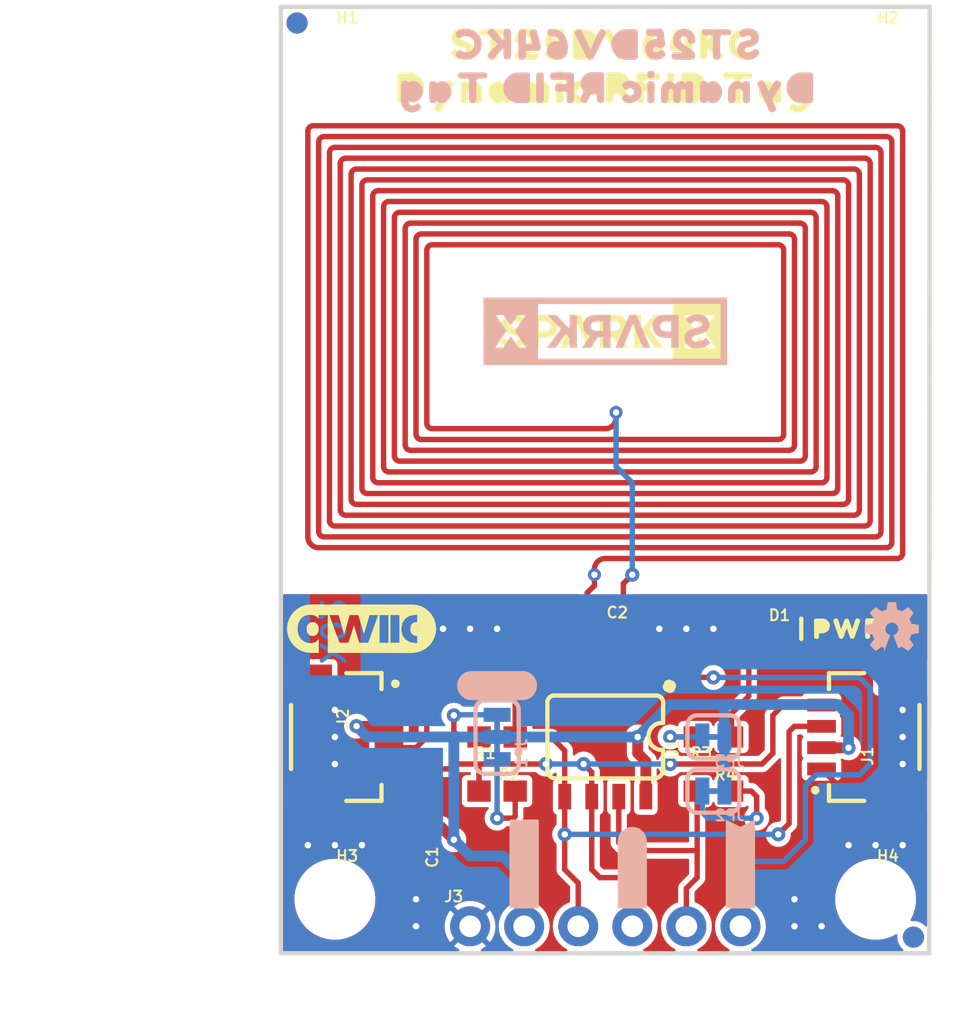
<source format=kicad_pcb>
(kicad_pcb (version 20221018) (generator pcbnew)
  (layers (0 "F.Cu" signal) (31 "B.Cu" signal) (34 "B.Paste" user) (35 "F.Paste" user) (36 "B.SilkS" user "B.Silkscreen") (37 "F.SilkS" user "F.Silkscreen") (38 "B.Mask" user) (39 "F.Mask" user) (44 "Edge.Cuts" user))
  (net 0 "")
  (net 1 "GND")
  (net 2 "3.3V")
  (net 3 "SCL")
  (net 4 "SDA")
  (net 5 "N$2")
  (net 6 "N$3")
  (net 7 "N$1")
  (net 8 "N$4")
  (net 9 "AC0")
  (net 10 "AC1")
  (net 11 "VEH")
  (net 12 "~{GPO}")
  (net 13 "N$5")
  (footprint "working:FIDUCIAL-1X2" (layer "F.Cu") (at 162.9791 126.4666)
    (fp_text reference "FD4" hide)
    (fp_text value "FIDUCIAL1X2" hide)
    (pad "1" smd roundrect (at 0 0) (size 1 1) (layers "F.Cu" "F.Mask") (roundrect_rratio 0.5))
  )
  (footprint "working:0603" (layer "F.Cu") (at 143.4211 119.6086)
    (fp_text reference "R2" (at 0 -0.762) (layer "F.SilkS") (effects (font (size 0.512064 0.512064) (thickness 0.097536)) (justify left)))
    (fp_text value "2.2k")
    (pad "1" smd rect (at -0.85 0) (size 1.1 1) (layers "F.Cu" "F.Paste" "F.Mask") (net 3 "SCL"))
    (pad "2" smd rect (at 0.85 0) (size 1.1 1) (layers "F.Cu" "F.Paste" "F.Mask") (net 6 "N$3"))
  )
  (footprint "working:0603" (layer "F.Cu") (at 143.4211 117.0686 180)
    (fp_text reference "R1" (at 0 -0.762) (layer "F.SilkS") (effects (font (size 0.512064 0.512064) (thickness 0.097536)) (justify right)))
    (fp_text value "2.2k")
    (pad "1" smd rect (at -0.85 0 180) (size 1.1 1) (layers "F.Cu" "F.Paste" "F.Mask") (net 4 "SDA"))
    (pad "2" smd rect (at 0.85 0 180) (size 1.1 1) (layers "F.Cu" "F.Paste" "F.Mask") (net 5 "N$2"))
  )
  (footprint "working:DUMMY" (layer "F.Cu") (at 133.2611 127.2286)
    (fp_text reference "FRAME1" hide)
    (fp_text value "FRAME-LETTERNO_PACKAGE" hide)
  )
  (footprint "working:0603" (layer "F.Cu") (at 139.6111 122.1486 -90)
    (fp_text reference "C1" (at 0 -0.762 90) (layer "F.SilkS") (effects (font (size 0.512064 0.512064) (thickness 0.097536)) (justify right)))
    (fp_text value "0.1uF")
    (pad "1" smd rect (at -0.85 0 270) (size 1.1 1) (layers "F.Cu" "F.Paste" "F.Mask") (net 2 "3.3V"))
    (pad "2" smd rect (at 0.85 0 270) (size 1.1 1) (layers "F.Cu" "F.Paste" "F.Mask") (net 1 "GND"))
  )
  (footprint "working:0603" (layer "F.Cu") (at 153.5811 117.0686 180)
    (fp_text reference "R3" (at 0 -0.762) (layer "F.SilkS") (effects (font (size 0.512064 0.512064) (thickness 0.097536)) (justify right)))
    (fp_text value "1k")
    (pad "1" smd rect (at -0.85 0 180) (size 1.1 1) (layers "F.Cu" "F.Paste" "F.Mask") (net 8 "N$4"))
    (pad "2" smd rect (at 0.85 0 180) (size 1.1 1) (layers "F.Cu" "F.Paste" "F.Mask") (net 7 "N$1"))
  )
  (footprint "working:##GPO##8" (layer "F.Cu") (at 152.3111 125.4506 90)
    (fp_text reference "U$7" hide)
    (fp_text value "" hide)
  )
  (footprint "working:STAND-OFF" (layer "F.Cu") (at 161.2011 124.6886)
    (fp_text reference "H4" (at 0 -2.032) (layer "F.SilkS") (effects (font (size 0.512064 0.512064) (thickness 0.097536)) (justify left)))
    (fp_text value "STAND-OFF")
    (pad "" np_thru_hole circle (at 0 0) (size 3.302 3.302) (drill 3.302) (layers "*.Cu" "*.Mask"))
  )
  (footprint "working:SO08" (layer "F.Cu") (at 148.5011 117.0686 180)
    (fp_text reference "U1" (at -3.175 0 90) (layer "F.SilkS") (effects (font (size 0.512064 0.512064) (thickness 0.097536)) (justify right)))
    (fp_text value "ST25DV64KC")
    (pad "1" smd rect (at -1.905 2.8 180) (size 0.6 1.2) (layers "F.Cu" "F.Paste" "F.Mask") (net 11 "VEH"))
    (pad "2" smd rect (at -0.635 2.8 180) (size 0.6 1.2) (layers "F.Cu" "F.Paste" "F.Mask") (net 9 "AC0"))
    (pad "3" smd rect (at 0.635 2.8 180) (size 0.6 1.2) (layers "F.Cu" "F.Paste" "F.Mask") (net 10 "AC1"))
    (pad "4" smd rect (at 1.905 2.8 180) (size 0.6 1.2) (layers "F.Cu" "F.Paste" "F.Mask") (net 1 "GND"))
    (pad "5" smd rect (at 1.905 -2.8 180) (size 0.6 1.2) (layers "F.Cu" "F.Paste" "F.Mask") (net 4 "SDA"))
    (pad "6" smd rect (at 0.635 -2.8 180) (size 0.6 1.2) (layers "F.Cu" "F.Paste" "F.Mask") (net 3 "SCL"))
    (pad "7" smd rect (at -0.635 -2.8 180) (size 0.6 1.2) (layers "F.Cu" "F.Paste" "F.Mask") (net 12 "~{GPO}"))
    (pad "8" smd rect (at -1.905 -2.8 180) (size 0.6 1.2) (layers "F.Cu" "F.Paste" "F.Mask") (net 2 "3.3V"))
  )
  (footprint "working:FIDUCIAL-1X2" (layer "F.Cu") (at 134.0231 83.5406)
    (fp_text reference "FD2" hide)
    (fp_text value "FIDUCIAL1X2" hide)
    (pad "1" smd roundrect (at 0 0) (size 1 1) (layers "F.Cu" "F.Mask") (roundrect_rratio 0.5))
  )
  (footprint "working:PWR11" (layer "F.Cu") (at 159.9311 111.9886)
    (fp_text reference "U$9" hide)
    (fp_text value "" hide)
  )
  (footprint "working:DYNAMIC_RFID_TAG0" (layer "F.Cu") (at 148.5011 86.5886)
    (fp_text reference "U$10" hide)
    (fp_text value "" hide)
  )
  (footprint "working:STAND-OFF" (layer "F.Cu") (at 161.2011 85.3186)
    (fp_text reference "H2" (at 0 -2.032) (layer "F.SilkS") (effects (font (size 0.512064 0.512064) (thickness 0.097536)) (justify left)))
    (fp_text value "STAND-OFF")
    (pad "" np_thru_hole circle (at 0 0) (size 3.302 3.302) (drill 3.302) (layers "*.Cu" "*.Mask"))
  )
  (footprint "working:ST25DV64KC5984" (layer "F.Cu") (at 148.5011 84.5566)
    (fp_text reference "U$13" hide)
    (fp_text value "" hide)
  )
  (footprint "working:LED-0603" (layer "F.Cu") (at 156.1211 111.9886)
    (fp_text reference "D1" (at 0 -0.635) (layer "F.SilkS") (effects (font (size 0.512064 0.512064) (thickness 0.097536)) (justify left)))
    (fp_text value "RED")
    (pad "A" smd roundrect (at -0.877 0 270) (size 1 1) (layers "F.Cu" "F.Paste" "F.Mask") (roundrect_rratio 0.15) (net 8 "N$4"))
    (pad "C" smd roundrect (at 0.877 0 270) (size 1 1) (layers "F.Cu" "F.Paste" "F.Mask") (roundrect_rratio 0.15) (net 1 "GND"))
  )
  (footprint "working:0603" (layer "F.Cu") (at 153.5811 119.6086)
    (fp_text reference "R4" (at 0 -0.762) (layer "F.SilkS") (effects (font (size 0.512064 0.512064) (thickness 0.097536)) (justify left)))
    (fp_text value "10k")
    (pad "1" smd rect (at -0.85 0) (size 1.1 1) (layers "F.Cu" "F.Paste" "F.Mask") (net 12 "~{GPO}"))
    (pad "2" smd rect (at 0.85 0) (size 1.1 1) (layers "F.Cu" "F.Paste" "F.Mask") (net 13 "N$5"))
  )
  (footprint "working:#GND#4" (layer "F.Cu") (at 142.1511 125.4506 90)
    (fp_text reference "U$4" hide)
    (fp_text value "" hide)
  )
  (footprint "working:#SDA#5" (layer "F.Cu") (at 147.2311 125.4506 90)
    (fp_text reference "U$5" hide)
    (fp_text value "" hide)
  )
  (footprint "working:#VEH#7" (layer "F.Cu") (at 154.8511 125.4506 90)
    (fp_text reference "U$8" hide)
    (fp_text value "" hide)
  )
  (footprint "working:STAND-OFF" (layer "F.Cu") (at 135.8011 124.6886)
    (fp_text reference "H3" (at 0 -2.032) (layer "F.SilkS") (effects (font (size 0.512064 0.512064) (thickness 0.097536)) (justify left)))
    (fp_text value "STAND-OFF")
    (pad "" np_thru_hole circle (at 0 0) (size 3.302 3.302) (drill 3.302) (layers "*.Cu" "*.Mask"))
  )
  (footprint "working:QWIIC_7MM" (layer "F.Cu") (at 137.0711 111.9886)
    (fp_text reference "LOGO3" hide)
    (fp_text value "QWIIC_LOGO_7MM" hide)
  )
  (footprint "working:1X06_NO_SILK" (layer "F.Cu") (at 142.1511 125.9586)
    (fp_text reference "J3" (at -1.27 -1.397) (layer "F.SilkS") (effects (font (size 0.512064 0.512064) (thickness 0.097536)) (justify left)))
    (fp_text value "")
    (pad "1" thru_hole circle (at 0 0 90) (size 1.8796 1.8796) (drill 1.016) (layers "*.Cu" "*.Mask") (net 1 "GND"))
    (pad "2" thru_hole circle (at 2.54 0 90) (size 1.8796 1.8796) (drill 1.016) (layers "*.Cu" "*.Mask") (net 2 "3.3V"))
    (pad "3" thru_hole circle (at 5.08 0 90) (size 1.8796 1.8796) (drill 1.016) (layers "*.Cu" "*.Mask") (net 4 "SDA"))
    (pad "4" thru_hole circle (at 7.62 0 90) (size 1.8796 1.8796) (drill 1.016) (layers "*.Cu" "*.Mask") (net 3 "SCL"))
    (pad "5" thru_hole circle (at 10.16 0 90) (size 1.8796 1.8796) (drill 1.016) (layers "*.Cu" "*.Mask") (net 12 "~{GPO}"))
    (pad "6" thru_hole circle (at 12.7 0 90) (size 1.8796 1.8796) (drill 1.016) (layers "*.Cu" "*.Mask") (net 11 "VEH"))
  )
  (footprint "working:JST04_1MM_RA" (layer "F.Cu") (at 138.3411 117.0686 -90)
    (fp_text reference "J2" (at -1.397 2.159 90) (layer "F.SilkS") (effects (font (size 0.512064 0.512064) (thickness 0.097536)) (justify right)))
    (fp_text value "Qwiic")
    (pad "1" smd rect (at -1.5 0 270) (size 0.6 1.35) (layers "F.Cu" "F.Paste" "F.Mask") (net 1 "GND"))
    (pad "2" smd rect (at -0.5 0 270) (size 0.6 1.35) (layers "F.Cu" "F.Paste" "F.Mask") (net 2 "3.3V"))
    (pad "3" smd rect (at 0.5 0 270) (size 0.6 1.35) (layers "F.Cu" "F.Paste" "F.Mask") (net 4 "SDA"))
    (pad "4" smd rect (at 1.5 0 270) (size 0.6 1.35) (layers "F.Cu" "F.Paste" "F.Mask") (net 3 "SCL"))
    (pad "NC1" smd rect (at 2.8 3.675 270) (size 1.2 2) (layers "F.Cu" "F.Paste" "F.Mask"))
    (pad "NC2" smd rect (at -2.8 3.675 270) (size 1.2 2) (layers "F.Cu" "F.Paste" "F.Mask"))
  )
  (footprint "working:#SCL#6" (layer "F.Cu") (at 149.7711 125.4506 90)
    (fp_text reference "U$6" hide)
    (fp_text value "" hide)
  )
  (footprint "working:#3#3V#0" (layer "F.Cu") (at 144.6911 125.4506 90)
    (fp_text reference "U$3" hide)
    (fp_text value "" hide)
  )
  (footprint "working:JST04_1MM_RA" (layer "F.Cu") (at 158.6611 117.0686 90)
    (fp_text reference "J1" (at -1.397 2.159 90) (layer "F.SilkS") (effects (font (size 0.512064 0.512064) (thickness 0.097536)) (justify left)))
    (fp_text value "Qwiic")
    (pad "1" smd rect (at -1.5 0 90) (size 0.6 1.35) (layers "F.Cu" "F.Paste" "F.Mask") (net 1 "GND"))
    (pad "2" smd rect (at -0.5 0 90) (size 0.6 1.35) (layers "F.Cu" "F.Paste" "F.Mask") (net 2 "3.3V"))
    (pad "3" smd rect (at 0.5 0 90) (size 0.6 1.35) (layers "F.Cu" "F.Paste" "F.Mask") (net 4 "SDA"))
    (pad "4" smd rect (at 1.5 0 90) (size 0.6 1.35) (layers "F.Cu" "F.Paste" "F.Mask") (net 3 "SCL"))
    (pad "NC1" smd rect (at 2.8 3.675 90) (size 1.2 2) (layers "F.Cu" "F.Paste" "F.Mask"))
    (pad "NC2" smd rect (at -2.8 3.675 90) (size 1.2 2) (layers "F.Cu" "F.Paste" "F.Mask"))
  )
  (footprint "working:SPARKX-LARGE" (layer "F.Cu") (at 148.5011 98.0186)
    (fp_text reference "U$1" hide)
    (fp_text value "SPARKX-LOGO5" hide)
  )
  (footprint "working:0603" (layer "F.Cu") (at 148.5011 111.9886)
    (fp_text reference "C2" (at 0 -0.762) (layer "F.SilkS") (effects (font (size 0.512064 0.512064) (thickness 0.097536)) (justify left)))
    (fp_text value "4.7pF")
    (pad "1" smd rect (at -0.85 0) (size 1.1 1) (layers "F.Cu" "F.Paste" "F.Mask") (net 10 "AC1"))
    (pad "2" smd rect (at 0.85 0) (size 1.1 1) (layers "F.Cu" "F.Paste" "F.Mask") (net 9 "AC0"))
  )
  (footprint "working:STAND-OFF" (layer "F.Cu") (at 135.8011 85.3186)
    (fp_text reference "H1" (at 0 -2.032) (layer "F.SilkS") (effects (font (size 0.512064 0.512064) (thickness 0.097536)) (justify left)))
    (fp_text value "STAND-OFF")
    (pad "" np_thru_hole circle (at 0 0) (size 3.302 3.302) (drill 3.302) (layers "*.Cu" "*.Mask"))
  )
  (footprint "working:PCB_4UH_INDUCTOR" (layer "F.Cu") (at 148.5011 109.4486)
    (fp_text reference "L1" hide)
    (fp_text value "PCB_4UH_INDUCTOR" hide)
    (fp_line (start -13.97 -20.828) (end -13.97 -1.778) (stroke (width 0.254)) (layer "F.Cu"))
    (fp_line (start -13.462 -20.32) (end -13.462 -2.032) (stroke (width 0.254)) (layer "F.Cu"))
    (fp_line (start -13.462 -1.27) (end 13.208 -1.27) (stroke (width 0.254)) (layer "F.Cu"))
    (fp_line (start -13.208 -1.778) (end 12.7 -1.778) (stroke (width 0.254)) (layer "F.Cu"))
    (fp_line (start -12.954 -19.812) (end -12.954 -2.54) (stroke (width 0.254)) (layer "F.Cu"))
    (fp_line (start -12.7 -2.286) (end 12.192 -2.286) (stroke (width 0.254)) (layer "F.Cu"))
    (fp_line (start -12.446 -19.304) (end -12.446 -3.048) (stroke (width 0.254)) (layer "F.Cu"))
    (fp_line (start -12.192 -2.794) (end 11.684 -2.794) (stroke (width 0.254)) (layer "F.Cu"))
    (fp_line (start -11.938 -18.796) (end -11.938 -3.556) (stroke (width 0.254)) (layer "F.Cu"))
    (fp_line (start -11.684 -3.302) (end 11.176 -3.302) (stroke (width 0.254)) (layer "F.Cu"))
    (fp_line (start -11.43 -18.288) (end -11.43 -4.064) (stroke (width 0.254)) (layer "F.Cu"))
    (fp_line (start -11.176 -3.81) (end 10.668 -3.81) (stroke (width 0.254)) (layer "F.Cu"))
    (fp_line (start -10.922 -17.78) (end -10.922 -4.572) (stroke (width 0.254)) (layer "F.Cu"))
    (fp_line (start -10.668 -4.318) (end 10.16 -4.318) (stroke (width 0.254)) (layer "F.Cu"))
    (fp_line (start -10.414 -17.272) (end -10.414 -5.08) (stroke (width 0.254)) (layer "F.Cu"))
    (fp_line (start -10.16 -4.826) (end 9.652 -4.826) (stroke (width 0.254)) (layer "F.Cu"))
    (fp_line (start -9.906 -16.764) (end -9.906 -5.588) (stroke (width 0.254)) (layer "F.Cu"))
    (fp_line (start -9.652 -5.334) (end 9.144 -5.334) (stroke (width 0.254)) (layer "F.Cu"))
    (fp_line (start -9.398 -16.256) (end -9.398 -6.096) (stroke (width 0.254)) (layer "F.Cu"))
    (fp_line (start -9.144 -5.842) (end 8.636 -5.842) (stroke (width 0.254)) (layer "F.Cu"))
    (fp_line (start -8.89 -15.748) (end -8.89 -6.604) (stroke (width 0.254)) (layer "F.Cu"))
    (fp_line (start -8.636 -6.35) (end 8.128 -6.35) (stroke (width 0.254)) (layer "F.Cu"))
    (fp_line (start -8.382 -15.24) (end -8.382 -7.112) (stroke (width 0.254)) (layer "F.Cu"))
    (fp_line (start -8.128 -6.858) (end 0 -6.858) (stroke (width 0.254)) (layer "F.Cu"))
    (fp_line (start -0.508 -0.254) (end -0.508 0) (stroke (width 0.254)) (layer "F.Cu"))
    (fp_line (start 0 -0.762) (end 13.716 -0.762) (stroke (width 0.254)) (layer "F.Cu"))
    (fp_line (start 0.508 -7.366) (end 0.508 -7.62) (stroke (width 0.254)) (layer "F.Cu"))
    (fp_line (start 8.128 -15.494) (end -8.128 -15.494) (stroke (width 0.254)) (layer "F.Cu"))
    (fp_line (start 8.382 -6.604) (end 8.382 -15.24) (stroke (width 0.254)) (layer "F.Cu"))
    (fp_line (start 8.636 -16.002) (end -8.636 -16.002) (stroke (width 0.254)) (layer "F.Cu"))
    (fp_line (start 8.89 -6.096) (end 8.89 -15.748) (stroke (width 0.254)) (layer "F.Cu"))
    (fp_line (start 9.144 -16.51) (end -9.144 -16.51) (stroke (width 0.254)) (layer "F.Cu"))
    (fp_line (start 9.398 -5.588) (end 9.398 -16.256) (stroke (width 0.254)) (layer "F.Cu"))
    (fp_line (start 9.652 -17.018) (end -9.652 -17.018) (stroke (width 0.254)) (layer "F.Cu"))
    (fp_line (start 9.906 -5.08) (end 9.906 -16.764) (stroke (width 0.254)) (layer "F.Cu"))
    (fp_line (start 10.16 -17.526) (end -10.16 -17.526) (stroke (width 0.254)) (layer "F.Cu"))
    (fp_line (start 10.414 -4.572) (end 10.414 -17.272) (stroke (width 0.254)) (layer "F.Cu"))
    (fp_line (start 10.668 -18.034) (end -10.668 -18.034) (stroke (width 0.254)) (layer "F.Cu"))
    (fp_line (start 10.922 -4.064) (end 10.922 -17.78) (stroke (width 0.254)) (layer "F.Cu"))
    (fp_line (start 11.176 -18.542) (end -11.176 -18.542) (stroke (width 0.254)) (layer "F.Cu"))
    (fp_line (start 11.43 -3.556) (end 11.43 -18.288) (stroke (width 0.254)) (layer "F.Cu"))
    (fp_line (start 11.684 -19.05) (end -11.684 -19.05) (stroke (width 0.254)) (layer "F.Cu"))
    (fp_line (start 11.938 -3.048) (end 11.938 -18.796) (stroke (width 0.254)) (layer "F.Cu"))
    (fp_line (start 12.192 -19.558) (end -12.192 -19.558) (stroke (width 0.254)) (layer "F.Cu"))
    (fp_line (start 12.446 -2.54) (end 12.446 -19.304) (stroke (width 0.254)) (layer "F.Cu"))
    (fp_line (start 12.7 -20.066) (end -12.7 -20.066) (stroke (width 0.254)) (layer "F.Cu"))
    (fp_line (start 12.954 -2.032) (end 12.954 -19.812) (stroke (width 0.254)) (layer "F.Cu"))
    (fp_line (start 13.208 -20.574) (end -13.208 -20.574) (stroke (width 0.254)) (layer "F.Cu"))
    (fp_line (start 13.462 -1.524) (end 13.462 -20.32) (stroke (width 0.254)) (layer "F.Cu"))
    (fp_line (start 13.716 -21.082) (end -13.716 -21.082) (stroke (width 0.254)) (layer "F.Cu"))
    (fp_line (start 13.97 -1.016) (end 13.97 -20.828) (stroke (width 0.254)) (layer "F.Cu"))
    (fp_arc (start -13.97 -20.828) (mid -13.895605 -21.007605) (end -13.716 -21.082) (stroke (width 0.254)) (layer "F.Cu"))
    (fp_arc (start -13.462 -20.32) (mid -13.387605 -20.499605) (end -13.208 -20.574) (stroke (width 0.254)) (layer "F.Cu"))
    (fp_arc (start -13.462 -1.27) (mid -13.82121 -1.41879) (end -13.97 -1.778) (stroke (width 0.254)) (layer "F.Cu"))
    (fp_arc (start -13.208 -1.778) (mid -13.387605 -1.852395) (end -13.462 -2.032) (stroke (width 0.254)) (layer "F.Cu"))
    (fp_arc (start -12.954 -19.812) (mid -12.879605 -19.991605) (end -12.7 -20.066) (stroke (width 0.254)) (layer "F.Cu"))
    (fp_arc (start -12.7 -2.286) (mid -12.879605 -2.360395) (end -12.954 -2.54) (stroke (width 0.254)) (layer "F.Cu"))
    (fp_arc (start -12.446 -19.304) (mid -12.371605 -19.483605) (end -12.192 -19.558) (stroke (width 0.254)) (layer "F.Cu"))
    (fp_arc (start -12.192 -2.794) (mid -12.371605 -2.868395) (end -12.446 -3.048) (stroke (width 0.254)) (layer "F.Cu"))
    (fp_arc (start -11.938 -18.796) (mid -11.863605 -18.975605) (end -11.684 -19.05) (stroke (width 0.254)) (layer "F.Cu"))
    (fp_arc (start -11.684 -3.302) (mid -11.863605 -3.376395) (end -11.938 -3.556) (stroke (width 0.254)) (layer "F.Cu"))
    (fp_arc (start -11.43 -18.288) (mid -11.355605 -18.467605) (end -11.176 -18.542) (stroke (width 0.254)) (layer "F.Cu"))
    (fp_arc (start -11.176 -3.81) (mid -11.355605 -3.884395) (end -11.43 -4.064) (stroke (width 0.254)) (layer "F.Cu"))
    (fp_arc (start -10.922 -17.78) (mid -10.847605 -17.959605) (end -10.668 -18.034) (stroke (width 0.254)) (layer "F.Cu"))
    (fp_arc (start -10.668 -4.318) (mid -10.847605 -4.392395) (end -10.922 -4.572) (stroke (width 0.254)) (layer "F.Cu"))
    (fp_arc (start -10.414 -17.272) (mid -10.339605 -17.451605) (end -10.16 -17.526) (stroke (width 0.254)) (layer "F.Cu"))
    (fp_arc (start -10.16 -4.826) (mid -10.339605 -4.900395) (end -10.414 -5.08) (stroke (width 0.254)) (layer "F.Cu"))
    (fp_arc (start -9.906 -16.764) (mid -9.831605 -16.943605) (end -9.652 -17.018) (stroke (width 0.254)) (layer "F.Cu"))
    (fp_arc (start -9.652 -5.334) (mid -9.831605 -5.408395) (end -9.906 -5.588) (stroke (width 0.254)) (layer "F.Cu"))
    (fp_arc (start -9.398 -16.256) (mid -9.323605 -16.435605) (end -9.144 -16.51) (stroke (width 0.254)) (layer "F.Cu"))
    (fp_arc (start -9.144 -5.842) (mid -9.323605 -5.916395) (end -9.398 -6.096) (stroke (width 0.254)) (layer "F.Cu"))
    (fp_arc (start -8.89 -15.748) (mid -8.815605 -15.927605) (end -8.636 -16.002) (stroke (width 0.254)) (layer "F.Cu"))
    (fp_arc (start -8.636 -6.35) (mid -8.815605 -6.424395) (end -8.89 -6.604) (stroke (width 0.254)) (layer "F.Cu"))
    (fp_arc (start -8.382 -15.24) (mid -8.307605 -15.419605) (end -8.128 -15.494) (stroke (width 0.254)) (layer "F.Cu"))
    (fp_arc (start -8.128 -6.858) (mid -8.307605 -6.932395) (end -8.382 -7.112) (stroke (width 0.254)) (layer "F.Cu"))
    (fp_arc (start -0.508001 -0.253999) (mid -0.359211 -0.61321) (end 0 -0.762) (stroke (width 0.254)) (layer "F.Cu"))
    (fp_arc (start 0.508 -7.366) (mid 0.35921 -7.00679) (end 0 -6.858) (stroke (width 0.254)) (layer "F.Cu"))
    (fp_arc (start 8.128 -15.494) (mid 8.307605 -15.419605) (end 8.382 -15.24) (stroke (width 0.254)) (layer "F.Cu"))
    (fp_arc (start 8.382 -6.604) (mid 8.307605 -6.424395) (end 8.128 -6.35) (stroke (width 0.254)) (layer "F.Cu"))
    (fp_arc (start 8.636 -16.002) (mid 8.815605 -15.927605) (end 8.89 -15.748) (stroke (width 0.254)) (layer "F.Cu"))
    (fp_arc (start 8.89 -6.096) (mid 8.815605 -5.916395) (end 8.636 -5.842) (stroke (width 0.254)) (layer "F.Cu"))
    (fp_arc (start 9.144 -16.51) (mid 9.323605 -16.435605) (end 9.398 -16.256) (stroke (width 0.254)) (layer "F.Cu"))
    (fp_arc (start 9.398 -5.588) (mid 9.323605 -5.408395) (end 9.144 -5.334) (stroke (width 0.254)) (layer "F.Cu"))
    (fp_arc (start 9.652 -17.018) (mid 9.831605 -16.943605) (end 9.906 -16.764) (stroke (width 0.254)) (layer "F.Cu"))
    (fp_arc (start 9.906 -5.08) (mid 9.831605 -4.900395) (end 9.652 -4.826) (stroke (width 0.254)) (layer "F.Cu"))
    (fp_arc (start 10.16 -17.526) (mid 10.339605 -17.451605) (end 10.414 -17.272) (stroke (width 0.254)) (layer "F.Cu"))
    (fp_arc (start 10.414 -4.572) (mid 10.339605 -4.392395) (end 10.16 -4.318) (stroke (width 0.254)) (layer "F.Cu"))
    (fp_arc (start 10.668 -18.034) (mid 10.847605 -17.959605) (end 10.922 -17.78) (stroke (width 0.254)) (layer "F.Cu"))
    (fp_arc (start 10.922 -4.064) (mid 10.847605 -3.884395) (end 10.668 -3.81) (stroke (width 0.254)) (layer "F.Cu"))
    (fp_arc (start 11.176 -18.542) (mid 11.355605 -18.467605) (end 11.43 -18.288) (stroke (width 0.254)) (layer "F.Cu"))
    (fp_arc (start 11.43 -3.556) (mid 11.355605 -3.376395) (end 11.176 -3.302) (stroke (width 0.254)) (layer "F.Cu"))
    (fp_arc (start 11.684 -19.05) (mid 11.863605 -18.975605) (end 11.938 -18.796) (stroke (width 0.254)) (layer "F.Cu"))
    (fp_arc (start 11.938 -3.048) (mid 11.863605 -2.868395) (end 11.684 -2.794) (stroke (width 0.254)) (layer "F.Cu"))
    (fp_arc (start 12.192 -19.558) (mid 12.371605 -19.483605) (end 12.446 -19.304) (stroke (width 0.254)) (layer "F.Cu"))
    (fp_arc (start 12.446 -2.54) (mid 12.371605 -2.360395) (end 12.192 -2.286) (stroke (width 0.254)) (layer "F.Cu"))
    (fp_arc (start 12.7 -20.066) (mid 12.879605 -19.991605) (end 12.954 -19.812) (stroke (width 0.254)) (layer "F.Cu"))
    (fp_arc (start 12.954 -2.032) (mid 12.879605 -1.852395) (end 12.7 -1.778) (stroke (width 0.254)) (layer "F.Cu"))
    (fp_arc (start 13.208 -20.574) (mid 13.387605 -20.499605) (end 13.462 -20.32) (stroke (width 0.254)) (layer "F.Cu"))
    (fp_arc (start 13.462 -1.524) (mid 13.387605 -1.344395) (end 13.208 -1.27) (stroke (width 0.254)) (layer "F.Cu"))
    (fp_arc (start 13.716 -21.082) (mid 13.895605 -21.007605) (end 13.97 -20.828) (stroke (width 0.254)) (layer "F.Cu"))
    (fp_arc (start 13.97 -1.016) (mid 13.895605 -0.836395) (end 13.716 -0.762) (stroke (width 0.254)) (layer "F.Cu"))
    (pad "IN1" thru_hole circle (at 0.508 -7.62) (size 0.6096 0.6096) (drill 0.3048) (layers "*.Cu") (net 9 "AC0"))
    (pad "IN2" thru_hole circle (at -0.508 0) (size 0.6096 0.6096) (drill 0.3048) (layers "*.Cu") (net 10 "AC1"))
  )
  (footprint "working:##GPO##8" (layer "B.Cu") (at 152.3111 125.4506 90)
    (fp_text reference "U$22" hide)
    (fp_text value "" hide)
  )
  (footprint "working:##GPO##9" (layer "B.Cu") (at 154.4701 119.6086 180)
    (fp_text reference "U$16" hide)
    (fp_text value "" hide)
  )
  (footprint "working:#3#3V#0" (layer "B.Cu") (at 144.6911 125.4506 90)
    (fp_text reference "U$19" hide)
    (fp_text value "" hide)
  )
  (footprint "working:SPARKX-LARGE" (layer "B.Cu") (at 148.5011 98.0186 180)
    (fp_text reference "U$2" hide)
    (fp_text value "SPARKX-LOGO5" hide)
  )
  (footprint "working:OSHW-LOGO-MINI" (layer "B.Cu") (at 161.9631 111.9886 180)
    (fp_text reference "LOGO1" hide)
    (fp_text value "OSHW-LOGOMINI" hide)
  )
  (footprint "working:#I2C#11" (layer "B.Cu") (at 143.4211 114.6556 180)
    (fp_text reference "U$15" hide)
    (fp_text value "" hide)
  )
  (footprint "working:ST25DV64KC5984" (layer "B.Cu") (at 148.5011 84.5566 180)
    (fp_text reference "U$24" hide)
    (fp_text value "" hide)
  )
  (footprint "working:#GND#4" (layer "B.Cu") (at 142.1511 125.4506 90)
    (fp_text reference "U$18" hide)
    (fp_text value "" hide)
  )
  (footprint "working:#LED#10" (layer "B.Cu") (at 154.4701 117.0686 180)
    (fp_text reference "U$17" hide)
    (fp_text value "" hide)
  )
  (footprint "working:FIDUCIAL-1X2" (layer "B.Cu") (at 162.9791 126.4666 180)
    (fp_text reference "FD3" hide)
    (fp_text value "FIDUCIAL1X2" hide)
    (pad "1" smd roundrect (at 0 0 180) (size 1 1) (layers "B.Cu" "B.Mask") (roundrect_rratio 0.5))
  )
  (footprint "working:#SCL#6" (layer "B.Cu") (at 149.7711 125.4506 90)
    (fp_text reference "U$21" hide)
    (fp_text value "" hide)
  )
  (footprint "working:#SDA#5" (layer "B.Cu") (at 147.2311 125.4506 90)
    (fp_text reference "U$20" hide)
    (fp_text value "" hide)
  )
  (footprint "working:#VEH#7" (layer "B.Cu") (at 154.8511 125.4506 90)
    (fp_text reference "U$23" hide)
    (fp_text value "" hide)
  )
  (footprint "working:FIDUCIAL-1X2" (layer "B.Cu") (at 134.0231 83.5406 180)
    (fp_text reference "FD1" hide)
    (fp_text value "FIDUCIAL1X2" hide)
    (pad "1" smd roundrect (at 0 0 180) (size 1 1) (layers "B.Cu" "B.Mask") (roundrect_rratio 0.5))
  )
  (footprint "working:SMT-JUMPER_3_2-NC_TRACE_SILK" (layer "B.Cu") (at 143.4211 117.0686 90)
    (fp_text reference "JP1" (at 0 1.143 90) (layer "B.SilkS") (effects (font (size 0.512064 0.512064) (thickness 0.097536)) (justify left mirror)))
    (fp_text value "JUMPER-SMT_3_2-NC_TRACE_SILK")
    (fp_poly (pts (xy -0.50165 -0.13335) (xy -1.23825 -0.13335) (xy -1.23825 0.13335) (xy -0.50165 0.13335)) (fill solid) (layer "B.Cu"))
    (fp_poly (pts (xy 0.53975 -0.13335) (xy -0.53975 -0.13335) (xy -0.53975 0.13335) (xy 0.53975 0.13335)) (fill solid) (layer "B.Cu"))
    (fp_poly (pts (xy 1.23825 -0.13335) (xy 0.50165 -0.13335) (xy 0.50165 0.13335) (xy 1.23825 0.13335)) (fill solid) (layer "B.Cu"))
    (pad "1" smd rect (at -1.0414 0 90) (size 0.6604 1.27) (layers "B.Cu" "B.Mask") (net 6 "N$3"))
    (pad "2" smd rect (at 0 0 90) (size 0.6604 1.27) (layers "B.Cu" "B.Mask") (net 2 "3.3V"))
    (pad "3" smd rect (at 1.0414 0 90) (size 0.6604 1.27) (layers "B.Cu" "B.Mask") (net 5 "N$2"))
  )
  (footprint "working:SMT-JUMPER_2_NC_TRACE_SILK" (layer "B.Cu") (at 153.5811 117.0686)
    (fp_text reference "JP3" (at 0 1.143) (layer "B.SilkS") (effects (font (size 0.512064 0.512064) (thickness 0.097536)) (justify right mirror)))
    (fp_text value "JUMPER-SMT_2_NC_TRACE_SILK")
    (fp_poly (pts (xy 0.03175 -0.13335) (xy -0.70485 -0.13335) (xy -0.70485 0.13335) (xy 0.03175 0.13335)) (fill solid) (layer "B.Cu"))
    (fp_poly (pts (xy 0.70485 -0.13335) (xy -0.03175 -0.13335) (xy -0.03175 0.13335) (xy 0.70485 0.13335)) (fill solid) (layer "B.Cu"))
    (pad "1" smd rect (at -0.5207 0) (size 0.6604 1.27) (layers "B.Cu" "B.Mask") (net 7 "N$1"))
    (pad "2" smd rect (at 0.5207 0) (size 0.6604 1.27) (layers "B.Cu" "B.Mask") (net 2 "3.3V"))
  )
  (footprint "working:SMT-JUMPER_2_NC_TRACE_SILK" (layer "B.Cu") (at 153.5811 119.6086)
    (fp_text reference "JP2" (at 0 1.143) (layer "B.SilkS") (effects (font (size 0.512064 0.512064) (thickness 0.097536)) (justify right mirror)))
    (fp_text value "JUMPER-SMT_2_NC_TRACE_SILK")
    (fp_poly (pts (xy 0.03175 -0.13335) (xy -0.70485 -0.13335) (xy -0.70485 0.13335) (xy 0.03175 0.13335)) (fill solid) (layer "B.Cu"))
    (fp_poly (pts (xy 0.70485 -0.13335) (xy -0.03175 -0.13335) (xy -0.03175 0.13335) (xy 0.70485 0.13335)) (fill solid) (layer "B.Cu"))
    (pad "1" smd rect (at -0.5207 0) (size 0.6604 1.27) (layers "B.Cu" "B.Mask") (net 13 "N$5"))
    (pad "2" smd rect (at 0.5207 0) (size 0.6604 1.27) (layers "B.Cu" "B.Mask") (net 2 "3.3V"))
  )
  (footprint "working:DYNAMIC_RFID_TAG0" (layer "B.Cu") (at 148.5011 86.5886 180)
    (fp_text reference "U$11" hide)
    (fp_text value "" hide)
  )
  (gr_line (start 133.2611 82.7786) (end 133.2611 127.2286) (stroke (width 0.2032)) (layer "Edge.Cuts"))
  (gr_line (start 133.2611 127.2286) (end 163.7211 127.2286) (stroke (width 0.2032)) (layer "Edge.Cuts"))
  (gr_line (start 163.7411 82.7786) (end 133.2611 82.7786) (stroke (width 0.2032)) (layer "Edge.Cuts"))
  (gr_line (start 163.7211 127.2286) (end 163.7411 82.7786) (stroke (width 0.2032)) (layer "Edge.Cuts"))
  (gr_text "X02" (at 135.0391 113.7666 -90) (layer "B.Cu") (effects (font (size 1.0795 1.0795) (thickness 0.1905)) (justify left bottom mirror)))
  (via (at 157.3911 125.9586) (size 0.6604) (drill 0.3048) (layers "F.Cu" "B.Cu") (net 1))
  (via (at 162.4711 115.7986) (size 0.6604) (drill 0.3048) (layers "F.Cu" "B.Cu") (net 1))
  (via (at 152.3111 111.9886) (size 0.6604) (drill 0.3048) (layers "F.Cu" "B.Cu") (net 1))
  (via (at 162.4711 117.0686) (size 0.6604) (drill 0.3048) (layers "F.Cu" "B.Cu") (net 1))
  (via (at 137.0711 122.1486) (size 0.6604) (drill 0.3048) (layers "F.Cu" "B.Cu") (net 1))
  (via (at 135.8011 122.1486) (size 0.6604) (drill 0.3048) (layers "F.Cu" "B.Cu") (net 1))
  (via (at 157.3911 124.6886) (size 0.6604) (drill 0.3048) (layers "F.Cu" "B.Cu") (net 1))
  (via (at 139.6111 125.9586) (size 0.6604) (drill 0.3048) (layers "F.Cu" "B.Cu") (net 1))
  (via (at 158.6611 125.9586) (size 0.6604) (drill 0.3048) (layers "F.Cu" "B.Cu") (net 1))
  (via (at 135.8011 117.0686) (size 0.6604) (drill 0.3048) (layers "F.Cu" "B.Cu") (net 1))
  (via (at 162.4711 122.1486) (size 0.6604) (drill 0.3048) (layers "F.Cu" "B.Cu") (net 1))
  (via (at 159.9311 122.1486) (size 0.6604) (drill 0.3048) (layers "F.Cu" "B.Cu") (net 1))
  (via (at 135.8011 115.7986) (size 0.6604) (drill 0.3048) (layers "F.Cu" "B.Cu") (net 1))
  (via (at 162.4711 118.3386) (size 0.6604) (drill 0.3048) (layers "F.Cu" "B.Cu") (net 1))
  (via (at 143.4211 111.9886) (size 0.6604) (drill 0.3048) (layers "F.Cu" "B.Cu") (net 1))
  (via (at 153.5811 111.9886) (size 0.6604) (drill 0.3048) (layers "F.Cu" "B.Cu") (net 1))
  (via (at 161.2011 122.1486) (size 0.6604) (drill 0.3048) (layers "F.Cu" "B.Cu") (net 1))
  (via (at 142.1511 111.9886) (size 0.6604) (drill 0.3048) (layers "F.Cu" "B.Cu") (net 1))
  (via (at 139.6111 124.6886) (size 0.6604) (drill 0.3048) (layers "F.Cu" "B.Cu") (net 1))
  (via (at 135.8011 118.3386) (size 0.6604) (drill 0.3048) (layers "F.Cu" "B.Cu") (net 1))
  (via (at 140.8811 111.9886) (size 0.6604) (drill 0.3048) (layers "F.Cu" "B.Cu") (net 1))
  (via (at 134.5311 122.1486) (size 0.6604) (drill 0.3048) (layers "F.Cu" "B.Cu") (net 1))
  (via (at 151.0411 111.9886) (size 0.6604) (drill 0.3048) (layers "F.Cu" "B.Cu") (net 1))
  (segment (start 159.9311 117.5766) (end 158.6691 117.5766) (width 0.508) (layer "F.Cu") (net 2))
  (segment (start 140.7931 121.2986) (end 141.3891 121.8946) (width 0.508) (layer "F.Cu") (net 2))
  (segment (start 150.4061 118.2116) (end 150.0251 117.8306) (width 0.508) (layer "F.Cu") (net 2))
  (segment (start 150.0251 117.8306) (end 150.0251 117.0686) (width 0.508) (layer "F.Cu") (net 2))
  (segment (start 138.3411 116.5686) (end 136.8251 116.5686) (width 0.508) (layer "F.Cu") (net 2))
  (segment (start 158.6691 117.5766) (end 158.6611 117.5686) (width 0.508) (layer "F.Cu") (net 2))
  (segment (start 150.4061 119.8686) (end 150.4061 118.2116) (width 0.508) (layer "F.Cu") (net 2))
  (segment (start 139.6111 121.2986) (end 140.7931 121.2986) (width 0.508) (layer "F.Cu") (net 2))
  (segment (start 136.8251 116.5686) (end 136.8171 116.5606) (width 0.508) (layer "F.Cu") (net 2))
  (via (at 159.9311 117.5766) (size 0.6604) (drill 0.3048) (layers "F.Cu" "B.Cu") (net 2))
  (via (at 141.3891 121.8946) (size 0.6604) (drill 0.3048) (layers "F.Cu" "B.Cu") (net 2))
  (via (at 136.8171 116.5606) (size 0.6604) (drill 0.3048) (layers "F.Cu" "B.Cu") (net 2))
  (via (at 150.0251 117.0686) (size 0.6604) (drill 0.3048) (layers "F.Cu" "B.Cu") (net 2))
  (segment (start 137.3251 117.0686) (end 141.3891 117.0686) (width 0.508) (layer "B.Cu") (net 2))
  (segment (start 150.0251 117.0686) (end 151.5491 115.5446) (width 0.508) (layer "B.Cu") (net 2))
  (segment (start 136.8171 116.5606) (end 137.3251 117.0686) (width 0.508) (layer "B.Cu") (net 2))
  (segment (start 141.3891 117.0686) (end 143.4211 117.0686) (width 0.508) (layer "B.Cu") (net 2))
  (segment (start 154.1018 117.0686) (end 154.1018 119.6086) (width 0.508) (layer "B.Cu") (net 2))
  (segment (start 143.6751 122.6566) (end 144.6911 123.6726) (width 0.508) (layer "B.Cu") (net 2))
  (segment (start 154.0891 117.0559) (end 154.0891 115.5446) (width 0.508) (layer "B.Cu") (net 2))
  (segment (start 142.1511 122.6566) (end 143.6751 122.6566) (width 0.508) (layer "B.Cu") (net 2))
  (segment (start 154.1018 117.0686) (end 154.0891 117.0559) (width 0.508) (layer "B.Cu") (net 2))
  (segment (start 159.4231 115.5446) (end 159.9311 116.0526) (width 0.508) (layer "B.Cu") (net 2))
  (segment (start 154.0891 115.5446) (end 159.4231 115.5446) (width 0.508) (layer "B.Cu") (net 2))
  (segment (start 141.3891 121.8946) (end 142.1511 122.6566) (width 0.508) (layer "B.Cu") (net 2))
  (segment (start 159.9311 116.0526) (end 159.9311 117.5766) (width 0.508) (layer "B.Cu") (net 2))
  (segment (start 143.4211 117.0686) (end 150.0251 117.0686) (width 0.508) (layer "B.Cu") (net 2))
  (segment (start 144.6911 123.6726) (end 144.6911 125.9586) (width 0.508) (layer "B.Cu") (net 2))
  (segment (start 151.5491 115.5446) (end 154.0891 115.5446) (width 0.508) (layer "B.Cu") (net 2))
  (segment (start 141.3891 117.0686) (end 141.3891 121.8946) (width 0.508) (layer "B.Cu") (net 2))
  (segment (start 147.8661 118.7196) (end 147.8661 119.8686) (width 0.254) (layer "F.Cu") (net 3))
  (segment (start 151.5491 118.3386) (end 155.8671 118.3386) (width 0.254) (layer "F.Cu") (net 3))
  (segment (start 142.5711 118.3776) (end 142.5321 118.3386) (width 0.254) (layer "F.Cu") (net 3))
  (segment (start 142.5711 119.6086) (end 142.5711 118.3776) (width 0.254) (layer "F.Cu") (net 3))
  (segment (start 158.6371 115.5446) (end 158.6611 115.5686) (width 0.254) (layer "F.Cu") (net 3))
  (segment (start 141.1591 118.5686) (end 141.3891 118.3386) (width 0.254) (layer "F.Cu") (net 3))
  (segment (start 149.7711 124.1806) (end 149.7711 125.9586) (width 0.254) (layer "F.Cu") (net 3))
  (segment (start 156.8831 115.5446) (end 158.6371 115.5446) (width 0.254) (layer "F.Cu") (net 3))
  (segment (start 138.3411 118.5686) (end 141.1591 118.5686) (width 0.254) (layer "F.Cu") (net 3))
  (segment (start 141.3891 118.3386) (end 142.5321 118.3386) (width 0.254) (layer "F.Cu") (net 3))
  (segment (start 156.3751 116.0526) (end 156.8831 115.5446) (width 0.254) (layer "F.Cu") (net 3))
  (segment (start 156.3751 117.8306) (end 156.3751 116.0526) (width 0.254) (layer "F.Cu") (net 3))
  (segment (start 142.5321 118.3386) (end 145.7071 118.3386) (width 0.254) (layer "F.Cu") (net 3))
  (segment (start 155.8671 118.3386) (end 156.3751 117.8306) (width 0.254) (layer "F.Cu") (net 3))
  (segment (start 149.2631 123.6726) (end 149.7711 124.1806) (width 0.254) (layer "F.Cu") (net 3))
  (segment (start 147.8661 119.8686) (end 147.8661 123.2916) (width 0.254) (layer "F.Cu") (net 3))
  (segment (start 148.2471 123.6726) (end 149.2631 123.6726) (width 0.254) (layer "F.Cu") (net 3))
  (segment (start 147.4851 118.3386) (end 147.8661 118.7196) (width 0.254) (layer "F.Cu") (net 3))
  (segment (start 147.8661 123.2916) (end 148.2471 123.6726) (width 0.254) (layer "F.Cu") (net 3))
  (via (at 145.7071 118.3386) (size 0.6604) (drill 0.3048) (layers "F.Cu" "B.Cu") (net 3))
  (via (at 151.5491 118.3386) (size 0.6604) (drill 0.3048) (layers "F.Cu" "B.Cu") (net 3))
  (via (at 147.4851 118.3386) (size 0.6604) (drill 0.3048) (layers "F.Cu" "B.Cu") (net 3))
  (segment (start 145.7071 118.3386) (end 147.4851 118.3386) (width 0.254) (layer "B.Cu") (net 3))
  (segment (start 147.4851 118.3386) (end 151.5491 118.3386) (width 0.254) (layer "B.Cu") (net 3))
  (segment (start 139.6191 117.5686) (end 140.1191 117.0686) (width 0.254) (layer "F.Cu") (net 4))
  (segment (start 146.5961 121.6406) (end 146.5961 123.2916) (width 0.254) (layer "F.Cu") (net 4))
  (segment (start 143.6751 114.7826) (end 144.2711 115.3786) (width 0.254) (layer "F.Cu") (net 4))
  (segment (start 157.3831 116.5686) (end 157.1371 116.8146) (width 0.254) (layer "F.Cu") (net 4))
  (segment (start 158.6611 116.5686) (end 157.3831 116.5686) (width 0.254) (layer "F.Cu") (net 4))
  (segment (start 145.9611 117.0686) (end 146.5961 117.7036) (width 0.254) (layer "F.Cu") (net 4))
  (segment (start 144.2711 115.3786) (end 144.2711 117.0686) (width 0.254) (layer "F.Cu") (net 4))
  (segment (start 146.5961 117.7036) (end 146.5961 119.8686) (width 0.254) (layer "F.Cu") (net 4))
  (segment (start 138.3411 117.5686) (end 139.6191 117.5686) (width 0.254) (layer "F.Cu") (net 4))
  (segment (start 147.2311 123.9266) (end 147.2311 125.9586) (width 0.254) (layer "F.Cu") (net 4))
  (segment (start 140.6271 114.7826) (end 143.6751 114.7826) (width 0.254) (layer "F.Cu") (net 4))
  (segment (start 140.1191 115.2906) (end 140.6271 114.7826) (width 0.254) (layer "F.Cu") (net 4))
  (segment (start 146.5961 119.8686) (end 146.5961 121.6406) (width 0.254) (layer "F.Cu") (net 4))
  (segment (start 157.1371 121.1326) (end 156.6291 121.6406) (width 0.254) (layer "F.Cu") (net 4))
  (segment (start 140.1191 117.0686) (end 140.1191 115.2906) (width 0.254) (layer "F.Cu") (net 4))
  (segment (start 146.5961 123.2916) (end 147.2311 123.9266) (width 0.254) (layer "F.Cu") (net 4))
  (segment (start 157.1371 116.8146) (end 157.1371 121.1326) (width 0.254) (layer "F.Cu") (net 4))
  (segment (start 144.2711 117.0686) (end 145.9611 117.0686) (width 0.254) (layer "F.Cu") (net 4))
  (via (at 156.6291 121.6406) (size 0.6604) (drill 0.3048) (layers "F.Cu" "B.Cu") (net 4))
  (via (at 146.5961 121.6406) (size 0.6604) (drill 0.3048) (layers "F.Cu" "B.Cu") (net 4))
  (segment (start 156.6291 121.6406) (end 146.5961 121.6406) (width 0.254) (layer "B.Cu") (net 4))
  (segment (start 141.3891 116.8146) (end 141.3891 116.0526) (width 0.254) (layer "F.Cu") (net 5))
  (segment (start 141.6431 117.0686) (end 141.3891 116.8146) (width 0.254) (layer "F.Cu") (net 5))
  (segment (start 142.5711 117.0686) (end 141.6431 117.0686) (width 0.254) (layer "F.Cu") (net 5))
  (via (at 141.3891 116.0526) (size 0.6604) (drill 0.3048) (layers "F.Cu" "B.Cu") (net 5))
  (segment (start 141.4145 116.0272) (end 143.4211 116.0272) (width 0.254) (layer "B.Cu") (net 5))
  (segment (start 141.3891 116.0526) (end 141.4145 116.0272) (width 0.254) (layer "B.Cu") (net 5))
  (segment (start 144.1831 120.8786) (end 143.4211 120.8786) (width 0.254) (layer "F.Cu") (net 6))
  (segment (start 144.2711 120.7906) (end 144.1831 120.8786) (width 0.254) (layer "F.Cu") (net 6))
  (segment (start 144.2711 119.6086) (end 144.2711 120.7906) (width 0.254) (layer "F.Cu") (net 6))
  (via (at 143.4211 120.8786) (size 0.6604) (drill 0.3048) (layers "F.Cu" "B.Cu") (net 6))
  (segment (start 143.4211 118.11) (end 143.4211 120.8786) (width 0.254) (layer "B.Cu") (net 6))
  (segment (start 151.5491 117.0686) (end 152.7311 117.0686) (width 0.254) (layer "F.Cu") (net 7))
  (via (at 151.5491 117.0686) (size 0.6604) (drill 0.3048) (layers "F.Cu" "B.Cu") (net 7))
  (segment (start 153.0604 117.0686) (end 151.5491 117.0686) (width 0.254) (layer "B.Cu") (net 7))
  (segment (start 155.2441 115.1516) (end 155.2441 111.9886) (width 0.254) (layer "F.Cu") (net 8))
  (segment (start 154.4311 115.9646) (end 155.2441 115.1516) (width 0.254) (layer "F.Cu") (net 8))
  (segment (start 154.4311 117.0686) (end 154.4311 115.9646) (width 0.254) (layer "F.Cu") (net 8))
  (segment (start 149.1361 114.2686) (end 149.1361 113.1316) (width 0.254) (layer "F.Cu") (net 9))
  (segment (start 149.3511 111.9886) (end 149.3511 109.8686) (width 0.254) (layer "F.Cu") (net 9))
  (segment (start 149.1361 113.1316) (end 149.3511 112.9166) (width 0.254) (layer "F.Cu") (net 9))
  (segment (start 149.3511 109.8686) (end 149.7711 109.4486) (width 0.254) (layer "F.Cu") (net 9))
  (segment (start 149.3511 112.9166) (end 149.3511 111.9886) (width 0.254) (layer "F.Cu") (net 9))
  (via (at 149.7711 109.4486) (size 0.6604) (drill 0.3048) (layers "F.Cu" "B.Cu") (net 9))
  (segment (start 149.0091 104.3686) (end 149.0091 101.8286) (width 0.254) (layer "B.Cu") (net 9))
  (segment (start 149.7711 105.1306) (end 149.0091 104.3686) (width 0.254) (layer "B.Cu") (net 9))
  (segment (start 149.7711 109.4486) (end 149.7711 105.1306) (width 0.254) (layer "B.Cu") (net 9))
  (segment (start 147.9931 109.4486) (end 147.9931 109.9566) (width 0.254) (layer "F.Cu") (net 10))
  (segment (start 147.9931 109.9566) (end 147.6511 110.2986) (width 0.254) (layer "F.Cu") (net 10))
  (segment (start 147.6511 112.9166) (end 147.6511 111.9886) (width 0.254) (layer "F.Cu") (net 10))
  (segment (start 147.6511 110.2986) (end 147.6511 111.9886) (width 0.254) (layer "F.Cu") (net 10))
  (segment (start 147.8661 113.1316) (end 147.6511 112.9166) (width 0.254) (layer "F.Cu") (net 10))
  (segment (start 147.8661 114.2686) (end 147.8661 113.1316) (width 0.254) (layer "F.Cu") (net 10))
  (segment (start 150.4061 114.2686) (end 153.5751 114.2686) (width 0.254) (layer "F.Cu") (net 11))
  (segment (start 153.5751 114.2686) (end 153.5811 114.2746) (width 0.254) (layer "F.Cu") (net 11))
  (via (at 153.5811 114.2746) (size 0.6604) (drill 0.3048) (layers "F.Cu" "B.Cu") (net 11))
  (segment (start 160.4391 114.2746) (end 160.9471 114.7826) (width 0.254) (layer "B.Cu") (net 11))
  (segment (start 160.9471 118.3386) (end 160.9471 114.7826) (width 0.254) (layer "B.Cu") (net 11))
  (segment (start 155.3591 122.9106) (end 156.8831 122.9106) (width 0.254) (layer "B.Cu") (net 11))
  (segment (start 157.8991 121.8946) (end 157.8991 119.3546) (width 0.254) (layer "B.Cu") (net 11))
  (segment (start 154.8511 123.4186) (end 155.3591 122.9106) (width 0.254) (layer "B.Cu") (net 11))
  (segment (start 154.8511 125.9586) (end 154.8511 123.4186) (width 0.254) (layer "B.Cu") (net 11))
  (segment (start 153.5811 114.2746) (end 160.4391 114.2746) (width 0.254) (layer "B.Cu") (net 11))
  (segment (start 157.8991 119.3546) (end 158.4071 118.8466) (width 0.254) (layer "B.Cu") (net 11))
  (segment (start 156.8831 122.9106) (end 157.8991 121.8946) (width 0.254) (layer "B.Cu") (net 11))
  (segment (start 158.4071 118.8466) (end 160.4391 118.8466) (width 0.254) (layer "B.Cu") (net 11))
  (segment (start 160.4391 118.8466) (end 160.9471 118.3386) (width 0.254) (layer "B.Cu") (net 11))
  (segment (start 152.8191 123.6726) (end 152.8191 122.4026) (width 0.254) (layer "F.Cu") (net 12))
  (segment (start 149.1361 119.8686) (end 149.1361 122.0216) (width 0.254) (layer "F.Cu") (net 12))
  (segment (start 152.3111 125.9586) (end 152.3111 124.1806) (width 0.254) (layer "F.Cu") (net 12))
  (segment (start 152.8191 119.6966) (end 152.7311 119.6086) (width 0.254) (layer "F.Cu") (net 12))
  (segment (start 149.1361 122.0216) (end 149.5171 122.4026) (width 0.254) (layer "F.Cu") (net 12))
  (segment (start 152.8191 122.4026) (end 152.8191 119.6966) (width 0.254) (layer "F.Cu") (net 12))
  (segment (start 152.3111 124.1806) (end 152.8191 123.6726) (width 0.254) (layer "F.Cu") (net 12))
  (segment (start 149.5171 122.4026) (end 152.8191 122.4026) (width 0.254) (layer "F.Cu") (net 12))
  (segment (start 155.3591 119.6086) (end 154.4311 119.6086) (width 0.254) (layer "F.Cu") (net 13))
  (segment (start 155.6131 120.8786) (end 155.6131 119.8626) (width 0.254) (layer "F.Cu") (net 13))
  (segment (start 155.6131 119.8626) (end 155.3591 119.6086) (width 0.254) (layer "F.Cu") (net 13))
  (via (at 155.6131 120.8786) (size 0.6604) (drill 0.3048) (layers "F.Cu" "B.Cu") (net 13))
  (segment (start 153.0604 120.6119) (end 153.3271 120.8786) (width 0.254) (layer "B.Cu") (net 13))
  (segment (start 153.3271 120.8786) (end 155.6131 120.8786) (width 0.254) (layer "B.Cu") (net 13))
  (segment (start 153.0604 119.6086) (end 153.0604 120.6119) (width 0.254) (layer "B.Cu") (net 13))
  (zone (net 1) (net_name "GND") (layer "F.Cu") (priority 6) (connect_pads (clearance 0.254)) (min_thickness 0.1016) (fill yes (thermal_gap 0.2532) (thermal_bridge_width 0.2532))
    (polygon (pts (xy 163.8427 127.3302) (xy 133.1595 127.3302) (xy 133.1595 110.363) (xy 163.8427 110.363)))
  )
  (zone (net 1) (net_name "GND") (layer "B.Cu") (priority 6) (connect_pads (clearance 0.254)) (min_thickness 0.1016) (fill yes (thermal_gap 0.2532) (thermal_bridge_width 0.2532))
    (polygon (pts (xy 163.8427 127.3302) (xy 133.1595 127.3302) (xy 133.1595 110.363) (xy 163.8427 110.363)))
  )
)
</source>
